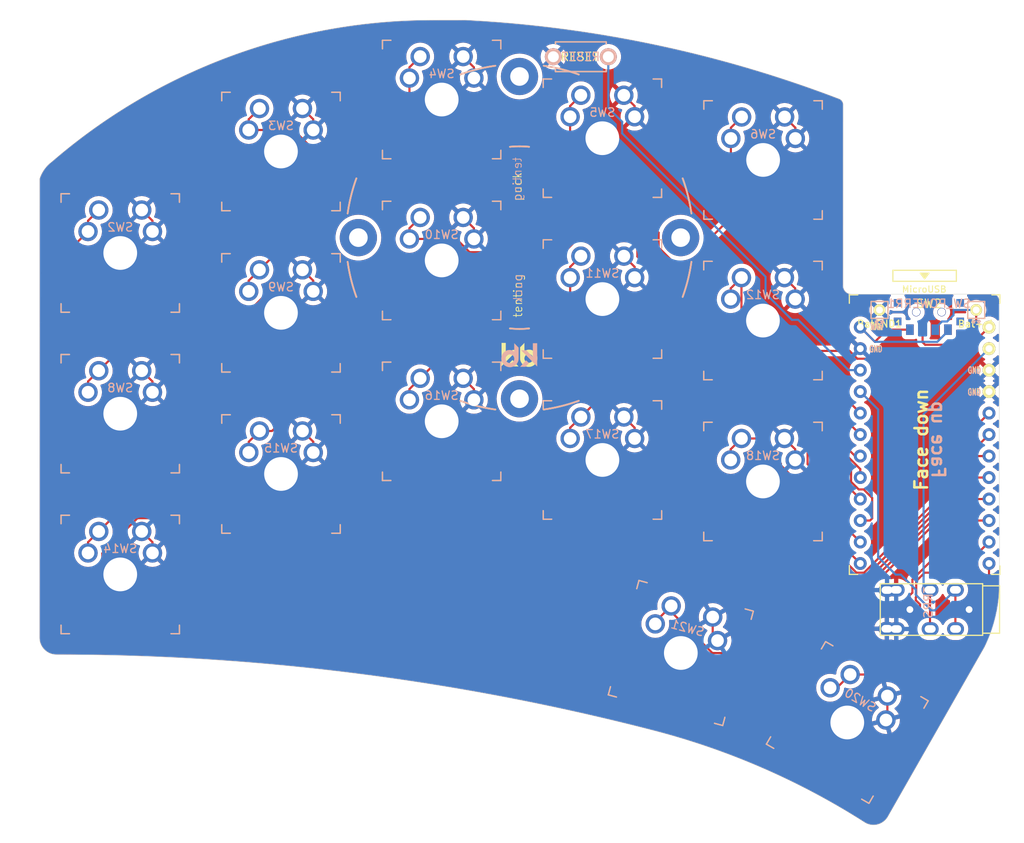
<source format=kicad_pcb>
(kicad_pcb (version 20221018) (generator pcbnew)
  (layers (0 "F.Cu" signal) (31 "B.Cu" signal) (34 "B.Paste" user) (35 "F.Paste" user) (36 "B.SilkS" user "B.Silkscreen") (37 "F.SilkS" user "F.Silkscreen") (38 "B.Mask" user) (39 "F.Mask" user) (44 "Edge.Cuts" user))
  (net 0 "")
  (net 1 "gnd")
  (net 2 "vcc")
  (net 3 "Switch18")
  (net 4 "reset")
  (net 5 "Switch1")
  (net 6 "Switch2")
  (net 7 "Switch3")
  (net 8 "Switch4")
  (net 9 "Switch5")
  (net 10 "Switch6")
  (net 11 "Switch7")
  (net 12 "Switch8")
  (net 13 "Switch9")
  (net 14 "Switch10")
  (net 15 "Switch11")
  (net 16 "Switch12")
  (net 17 "Switch13")
  (net 18 "Switch14")
  (net 19 "Switch15")
  (net 20 "Switch16")
  (net 21 "Switch17")
  (net 22 "raw")
  (net 23 "BT+_r")
  (net 24 "Net-(SW_POWERR1-Pad1)")
  (footprint "kbd:1pin_conn" (layer "F.Cu") (at 146.19 83.736)
    (fp_text reference "Bat+r1")
    (fp_text value "MountingHole_Pad" hide)
  )
  (footprint "kbd:1pin_conn" (layer "F.Cu") (at 134.76 83.736)
    (fp_text reference "BatGND1")
    (fp_text value "MountingHole_Pad" hide)
  )
  (footprint "Kailh:TRRS-PJ-DPB2" (layer "F.Cu") (at 146.95 119.15 -90)
    (fp_text reference "J2")
    (fp_text value "AudioJack4dpb" hide)
  )
  (footprint "Kailh:SW_MX_reversible_minimal" (layer "F.Cu") (at 45 77)
    (fp_text reference "SW2" hide)
    (fp_text value "SW_Push" hide)
  )
  (footprint "Kailh:SW_MX_reversible_minimal" (layer "F.Cu") (at 64 65)
    (fp_text reference "SW3" hide)
    (fp_text value "SW_Push" hide)
  )
  (footprint "Kailh:SW_MX_reversible_minimal" (layer "F.Cu") (at 83 58.86)
    (fp_text reference "SW4" hide)
    (fp_text value "SW_Push" hide)
  )
  (footprint "Kailh:SW_MX_reversible_minimal" (layer "F.Cu") (at 101.994 63.432)
    (fp_text reference "SW5" hide)
    (fp_text value "SW_Push" hide)
  )
  (footprint "Kailh:SW_MX_reversible_minimal" (layer "F.Cu") (at 121 66)
    (fp_text reference "SW6" hide)
    (fp_text value "SW_Push" hide)
  )
  (footprint "Kailh:SW_MX_reversible_minimal" (layer "F.Cu") (at 45 96)
    (fp_text reference "SW8" hide)
    (fp_text value "SW_Push" hide)
  )
  (footprint "Kailh:SW_MX_reversible_minimal" (layer "F.Cu") (at 64 84.074)
    (fp_text reference "SW9" hide)
    (fp_text value "SW_Push" hide)
  )
  (footprint "Kailh:SW_MX_reversible_minimal" (layer "F.Cu") (at 83 77.878)
    (fp_text reference "SW10" hide)
    (fp_text value "SW_Push" hide)
  )
  (footprint "Kailh:SW_MX_reversible_minimal" (layer "F.Cu") (at 102 82.45)
    (fp_text reference "SW11" hide)
    (fp_text value "SW_Push" hide)
  )
  (footprint "Kailh:SW_MX_reversible_minimal" (layer "F.Cu") (at 120.98 84.99)
    (fp_text reference "SW12" hide)
    (fp_text value "SW_Push" hide)
  )
  (footprint "Kailh:SW_MX_reversible_minimal" (layer "F.Cu") (at 45 115)
    (fp_text reference "SW14" hide)
    (fp_text value "SW_Push" hide)
  )
  (footprint "Kailh:SW_MX_reversible_minimal" (layer "F.Cu") (at 64.008 103.124)
    (fp_text reference "SW15" hide)
    (fp_text value "SW_Push" hide)
  )
  (footprint "Kailh:SW_MX_reversible_minimal" (layer "F.Cu") (at 83 96.896)
    (fp_text reference "SW16" hide)
    (fp_text value "SW_Push" hide)
  )
  (footprint "Kailh:SW_MX_reversible_minimal" (layer "F.Cu") (at 102 101.468)
    (fp_text reference "SW17" hide)
    (fp_text value "SW_Push" hide)
  )
  (footprint "Kailh:SW_MX_reversible_minimal" (layer "F.Cu") (at 130.95 132.504 -30)
    (fp_text reference "SW20" hide)
    (fp_text value "SW_Push" hide)
  )
  (footprint "Kailh:SW_MX_reversible_minimal" (layer "F.Cu") (at 111.272 124.288 -15)
    (fp_text reference "SW21" hide)
    (fp_text value "SW_Push" hide)
  )
  (footprint "kbd:Tenting_Puck2" (layer "F.Cu") (at 92.202 75.184)
    (fp_text reference "REF**")
    (fp_text value "Tenting Puck")
  )
  (footprint "Kailh:SPDT_C128955r" (layer "F.Cu") (at 140.602 83.99)
    (fp_text reference "SW2")
    (fp_text value "SW_SPDT")
  )
  (footprint "Kailh:SW_MX_reversible_minimal" (layer "F.Cu") (at 120.98 104.008)
    (fp_text reference "SW18" hide)
    (fp_text value "SW_Push" hide)
  )
  (footprint "kbd:ProMicro_v3_min" (layer "F.Cu") (at 140.094 100.246)
    (fp_text reference "U1" hide)
    (fp_text value "ProMicro-kbd" hide)
  )
  (footprint "Kailh:SPDT_C128955" (layer "B.Cu") (at 140.602 83.99 180)
    (fp_text reference "SW_POWERR1")
    (fp_text value "SW_SPDT")
  )
  (footprint "kbd:ResetSW" (layer "B.Cu") (at 99.45 53.8 180)
    (fp_text reference "RSW1" hide)
    (fp_text value "SW_Push")
  )
  (gr_arc (start 148.162 81.866) (mid 148.69233 82.08567) (end 148.912 82.616) (stroke (width 0.05)) (layer "Edge.Cuts"))
  (gr_line (start 148.912 96.45) (end 148.912 101.262) (stroke (width 0.05)) (layer "Edge.Cuts"))
  (gr_line (start 131.458 81.868917) (end 148.162 81.866) (stroke (width 0.05)) (layer "Edge.Cuts"))
  (gr_line (start 147.161679 123.613657) (end 135.71 143.699265) (stroke (width 0.05)) (layer "Edge.Cuts"))
  (gr_arc (start 148.924 116.248) (mid 148.462831 120.031316) (end 147.161679 123.613657) (stroke (width 0.05)) (layer "Edge.Cuts"))
  (gr_line (start 148.912 82.616) (end 148.912 96.45) (stroke (width 0.05)) (layer "Edge.Cuts"))
  (gr_line (start 148.912 101.262) (end 148.95 111.9) (stroke (width 0.05)) (layer "Edge.Cuts"))
  (gr_line (start 148.95 111.9) (end 148.924 116.248) (stroke (width 0.05)) (layer "Edge.Cuts"))
  (gr_arc (start 131.458 81.868917) (mid 130.750893 81.576024) (end 130.458 80.868917) (stroke (width 0.05)) (layer "Edge.Cuts"))
  (gr_line (start 130.458 80.868917) (end 130.463 59.473) (stroke (width 0.05)) (layer "Edge.Cuts"))
  (gr_arc (start 35.465859 68.23732) (mid 36.023193 67.119598) (end 36.894611 66.224861) (stroke (width 0.05)) (layer "Edge.Cuts"))
  (gr_arc (start 85.843227 49.463504) (mid 108.303644 52.385453) (end 130.028245 58.79247) (stroke (width 0.05)) (layer "Edge.Cuts"))
  (gr_line (start 37.767536 124.476378) (end 37.493002 124.473917) (stroke (width 0.05)) (layer "Edge.Cuts"))
  (gr_arc (start 107.797707 133.384137) (mid 120.821222 137.841207) (end 132.978 144.298) (stroke (width 0.05)) (layer "Edge.Cuts"))
  (gr_arc (start 37.767536 124.476378) (mid 73.062529 126.72971) (end 107.797707 133.384137) (stroke (width 0.05)) (layer "Edge.Cuts"))
  (gr_arc (start 37.493002 124.473917) (mid 36.080534 123.924716) (end 35.458001 122.542999) (stroke (width 0.05)) (layer "Edge.Cuts"))
  (gr_arc (start 135.71 143.699265) (mid 134.468995 144.56898) (end 132.978 144.298) (stroke (width 0.05)) (layer "Edge.Cuts"))
  (gr_arc (start 130.028245 58.79247) (mid 130.345034 59.069226) (end 130.463 59.473) (stroke (width 0.05)) (layer "Edge.Cuts"))
  (gr_line (start 35.465859 68.23732) (end 35.458001 122.542999) (stroke (width 0.05)) (layer "Edge.Cuts"))
  (gr_line (start 85.843227 49.463504) (end 81.868 49.468) (stroke (width 0.05)) (layer "Edge.Cuts"))
  (gr_arc (start 36.894611 66.224861) (mid 57.871135 53.793316) (end 81.868 49.468) (stroke (width 0.05)) (layer "Edge.Cuts"))
  (gr_text "Face up" (at 141.7 99.06 -90) (layer "B.SilkS") (effects (font (size 1.5 1.5) (thickness 0.3)) (justify mirror)))
  (gr_text "Face down" (at 139.7 99.06 90) (layer "F.SilkS") (effects (font (size 1.5 1.5) (thickness 0.3))))
  (segment (start 115.040252 120.038497) (end 115.040252 122.251323) (width 0.25) (layer "F.Cu") (net 1))
  (segment (start 67.818 99.314) (end 67.818 100.584) (width 0.25) (layer "F.Cu") (net 1))
  (segment (start 104.54 77.37) (end 105.81 78.64) (width 0.25) (layer "F.Cu") (net 1))
  (segment (start 104.534 58.352) (end 105.804 59.622) (width 0.25) (layer "F.Cu") (net 1))
  (segment (start 135.65 116.85) (end 136.7 116.85) (width 0.25) (layer "F.Cu") (net 1))
  (segment (start 124.79 100.198) (end 124.79 101.468) (width 0.25) (layer "F.Cu") (net 1))
  (segment (start 104.54 96.388) (end 105.81 97.658) (width 0.25) (layer "F.Cu") (net 1))
  (segment (start 136.7 116.85) (end 136.73 116.82) (width 0.25) (layer "F.Cu") (net 1))
  (segment (start 135.689705 129.374591) (end 135.689705 132.039147) (width 0.25) (layer "F.Cu") (net 1))
  (segment (start 124.79 81.18) (end 124.79 82.45) (width 0.25) (layer "F.Cu") (net 1))
  (segment (start 47.54 71.92) (end 48.81 73.19) (width 0.25) (layer "F.Cu") (net 1))
  (segment (start 123.54 60.92) (end 124.81 62.19) (width 0.25) (layer "F.Cu") (net 1))
  (segment (start 86.81 55.05) (end 86.81 56.32) (width 0.25) (layer "F.Cu") (net 1))
  (segment (start 47.54 109.92) (end 48.81 111.19) (width 0.25) (layer "F.Cu") (net 1))
  (segment (start 67.81 61.19) (end 67.81 62.46) (width 0.25) (layer "F.Cu") (net 1))
  (segment (start 124.81 62.19) (end 124.81 63.46) (width 0.25) (layer "F.Cu") (net 1))
  (segment (start 115.040252 122.251323) (end 115.609578 122.820649) (width 0.25) (layer "F.Cu") (net 1))
  (segment (start 123.52 79.91) (end 124.79 81.18) (width 0.25) (layer "F.Cu") (net 1))
  (segment (start 67.81 80.264) (end 67.81 81.534) (width 0.25) (layer "F.Cu") (net 1))
  (segment (start 48.81 92.19) (end 48.81 93.46) (width 0.25) (layer "F.Cu") (net 1))
  (segment (start 86.81 74.068) (end 86.81 75.338) (width 0.25) (layer "F.Cu") (net 1))
  (segment (start 136.72 121.42) (end 136.75 121.45) (width 0.25) (layer "F.Cu") (net 1))
  (segment (start 66.548 98.044) (end 67.818 99.314) (width 0.25) (layer "F.Cu") (net 1))
  (segment (start 105.81 78.64) (end 105.81 79.91) (width 0.25) (layer "F.Cu") (net 1))
  (segment (start 85.54 91.816) (end 86.81 93.086) (width 0.25) (layer "F.Cu") (net 1))
  (segment (start 86.81 93.086) (end 86.81 94.356) (width 0.25) (layer "F.Cu") (net 1))
  (segment (start 105.804 59.622) (end 105.804 60.892) (width 0.25) (layer "F.Cu") (net 1))
  (segment (start 48.81 111.19) (end 48.81 112.46) (width 0.25) (layer "F.Cu") (net 1))
  (segment (start 48.81 73.19) (end 48.81 74.46) (width 0.25) (layer "F.Cu") (net 1))
  (segment (start 105.81 97.658) (end 105.81 98.928) (width 0.25) (layer "F.Cu") (net 1))
  (segment (start 123.52 98.928) (end 124.79 100.198) (width 0.25) (layer "F.Cu") (net 1))
  (segment (start 66.54 59.92) (end 67.81 61.19) (width 0.25) (layer "F.Cu") (net 1))
  (segment (start 85.54 53.78) (end 86.81 55.05) (width 0.25) (layer "F.Cu") (net 1))
  (segment (start 85.54 72.798) (end 86.81 74.068) (width 0.25) (layer "F.Cu") (net 1))
  (segment (start 135.63 121.42) (end 136.72 121.42) (width 0.25) (layer "F.Cu") (net 1))
  (segment (start 66.54 78.994) (end 67.81 80.264) (width 0.25) (layer "F.Cu") (net 1))
  (segment (start 47.54 90.92) (end 48.81 92.19) (width 0.25) (layer "F.Cu") (net 1))
  (segment (start 135.689705 132.039147) (end 135.519557 132.209295) (width 0.25) (layer "F.Cu") (net 1))
  (segment (start 143.73 121.43) (end 143.75 121.45) (width 0.25) (layer "F.Cu") (net 2))
  (segment (start 143.73 116.82) (end 143.73 121.43) (width 0.25) (layer "F.Cu") (net 2))
  (segment (start 132.4854 93.388) (end 134.6 95.5026) (width 0.25) (layer "B.Cu") (net 2))
  (segment (start 140.8 119.25) (end 141.3 119.25) (width 0.25) (layer "B.Cu") (net 2))
  (segment (start 140.8 119.151522) (end 140.8 119.25) (width 0.25) (layer "B.Cu") (net 2))
  (segment (start 134.6 112.951522) (end 136.674239 115.025761) (width 0.25) (layer "B.Cu") (net 2))
  (segment (start 139.049239 116.799239) (end 139.049239 117.400761) (width 0.25) (layer "B.Cu") (net 2))
  (segment (start 136.674239 115.025761) (end 137.275761 115.025761) (width 0.25) (layer "B.Cu") (net 2))
  (segment (start 134.6 95.5026) (end 134.6 112.951522) (width 0.25) (layer "B.Cu") (net 2))
  (segment (start 137.275761 115.025761) (end 139.049239 116.799239) (width 0.25) (layer "B.Cu") (net 2))
  (segment (start 141.3 119.25) (end 143.73 116.82) (width 0.25) (layer "B.Cu") (net 2))
  (segment (start 139.049239 117.400761) (end 140.8 119.151522) (width 0.25) (layer "B.Cu") (net 2))
  (segment (start 140.73 121.43) (end 140.75 121.45) (width 0.25) (layer "F.Cu") (net 3))
  (segment (start 140.73 116.82) (end 140.73 121.43) (width 0.25) (layer "F.Cu") (net 3))
  (segment (start 139.97 96.0434) (end 147.7054 88.308) (width 0.25) (layer "B.Cu") (net 3))
  (segment (start 139.97 116.404) (end 139.97 96.0434) (width 0.25) (layer "B.Cu") (net 3))
  (segment (start 102.7 59.85) (end 104.336489 61.486489) (width 0.25) (layer "B.Cu") (net 4))
  (segment (start 104.336489 62.856136) (end 121.290176 79.809824) (width 0.25) (layer "B.Cu") (net 4))
  (segment (start 125.15 84.9) (end 131.098 90.848) (width 0.25) (layer "B.Cu") (net 4))
  (segment (start 104.336489 61.486489) (end 104.336489 62.856136) (width 0.25) (layer "B.Cu") (net 4))
  (segment (start 124.4 84.9) (end 125.15 84.9) (width 0.25) (layer "B.Cu") (net 4))
  (segment (start 131.098 90.848) (end 132.4854 90.848) (width 0.25) (layer "B.Cu") (net 4))
  (segment (start 121.290176 81.790176) (end 124.4 84.9) (width 0.25) (layer "B.Cu") (net 4))
  (segment (start 102.7 53.8) (end 102.7 59.85) (width 0.25) (layer "B.Cu") (net 4))
  (segment (start 121.290176 79.809824) (end 121.290176 81.790176) (width 0.25) (layer "B.Cu") (net 4))
  (segment (start 138.65048 115.602824) (end 138.65048 117.15) (width 0.25) (layer "F.Cu") (net 5))
  (segment (start 94.15 106.05) (end 88.6 100.5) (width 0.25) (layer "F.Cu") (net 5))
  (segment (start 42.35 114.8) (end 42.4 114.85) (width 0.25) (layer "F.Cu") (net 5))
  (segment (start 88.6 100.5) (end 72 100.5) (width 0.25) (layer "F.Cu") (net 5))
  (segment (start 42.46 71.92) (end 41.19 73.19) (width 0.25) (layer "F.Cu") (net 5))
  (segment (start 64.15 108.35) (end 47.034625 108.35) (width 0.25) (layer "F.Cu") (net 5))
  (segment (start 42.881089 113.568911) (end 42.35 114.1) (width 0.25) (layer "F.Cu") (net 5))
  (segment (start 72 100.5) (end 64.15 108.35) (width 0.25) (layer "F.Cu") (net 5))
  (segment (start 117.2 106.05) (end 94.15 106.05) (width 0.25) (layer "F.Cu") (net 5))
  (segment (start 125.706125 111.643875) (end 122.793875 111.643875) (width 0.25) (layer "F.Cu") (net 5))
  (segment (start 145.625304 108.628) (end 138.65048 115.602824) (width 0.25) (layer "F.Cu") (net 5))
  (segment (start 137.25144 118.54904) (end 132.611291 118.54904) (width 0.25) (layer "F.Cu") (net 5))
  (segment (start 40.85 116.4) (end 39.35 116.4) (width 0.25) (layer "F.Cu") (net 5))
  (segment (start 42.35 114.1) (end 42.35 114.8) (width 0.25) (layer "F.Cu") (net 5))
  (segment (start 41.19 73.19) (end 41.19 74.46) (width 0.25) (layer "F.Cu") (net 5))
  (segment (start 38.5 77.15) (end 41.19 74.46) (width 0.25) (layer "F.Cu") (net 5))
  (segment (start 39.35 116.4) (end 38.5 115.55) (width 0.25) (layer "F.Cu") (net 5))
  (segment (start 47.034625 108.35) (end 42.881089 112.503536) (width 0.25) (layer "F.Cu") (net 5))
  (segment (start 38.5 115.55) (end 38.5 77.15) (width 0.25) (layer "F.Cu") (net 5))
  (segment (start 42.881089 112.503536) (end 42.881089 113.568911) (width 0.25) (layer "F.Cu") (net 5))
  (segment (start 147.7054 108.628) (end 145.625304 108.628) (width 0.25) (layer "F.Cu") (net 5))
  (segment (start 132.611291 118.54904) (end 125.706125 111.643875) (width 0.25) (layer "F.Cu") (net 5))
  (segment (start 42.4 114.85) (end 40.85 116.4) (width 0.25) (layer "F.Cu") (net 5))
  (segment (start 138.65048 117.15) (end 137.25144 118.54904) (width 0.25) (layer "F.Cu") (net 5))
  (segment (start 122.793875 111.643875) (end 117.2 106.05) (width 0.25) (layer "F.Cu") (net 5))
  (segment (start 129.89542 99.95458) (end 132.4854 102.54456) (width 0.25) (layer "F.Cu") (net 6))
  (segment (start 98.170956 71.44952) (end 98.674228 71.952792) (width 0.25) (layer "F.Cu") (net 6))
  (segment (start 117.346436 87.405596) (end 117.346436 88.203565) (width 0.25) (layer "F.Cu") (net 6))
  (segment (start 132.4854 102.54456) (end 132.4854 103.548) (width 0.25) (layer "F.Cu") (net 6))
  (segment (start 91.95048 71.442792) (end 91.95048 71.44952) (width 0.25) (layer "F.Cu") (net 6))
  (segment (start 129.95096 95.300714) (end 129.95096 99.89904) (width 0.25) (layer "F.Cu") (net 6))
  (segment (start 60.19 61.19) (end 60.19 62.46) (width 0.25) (layer "F.Cu") (net 6))
  (segment (start 107.562756 74.962756) (end 107.562756 76.937244) (width 0.25) (layer "F.Cu") (net 6))
  (segment (start 125.203039 90.552793) (end 129.95096 95.300714) (width 0.25) (layer "F.Cu") (net 6))
  (segment (start 117.346436 88.203565) (end 119.895664 90.752793) (width 0.25) (layer "F.Cu") (net 6))
  (segment (start 125 90.752793) (end 125.2 90.552793) (width 0.25) (layer "F.Cu") (net 6))
  (segment (start 107.762756 77.137244) (end 107.837244 77.137244) (width 0.25) (layer "F.Cu") (net 6))
  (segment (start 98.674228 71.952792) (end 98.67654 71.95048) (width 0.25) (layer "F.Cu") (net 6))
  (segment (start 129.95096 99.89904) (end 129.89542 99.95458) (width 0.25) (layer "F.Cu") (net 6))
  (segment (start 98.67654 71.95048) (end 104.55048 71.95048) (width 0.25) (layer "F.Cu") (net 6))
  (segment (start 112.657621 82.716781) (end 117.346436 87.405596) (width 0.25) (layer "F.Cu") (net 6))
  (segment (start 60.19 62.46) (end 65.51 62.46) (width 0.25) (layer "F.Cu") (net 6))
  (segment (start 85.957688 65.45) (end 91.95048 71.442792) (width 0.25) (layer "F.Cu") (net 6))
  (segment (start 112.657621 81.957621) (end 112.657621 82.716781) (width 0.25) (layer "F.Cu") (net 6))
  (segment (start 65.51 62.46) (end 68.5 65.45) (width 0.25) (layer "F.Cu") (net 6))
  (segment (start 107.837244 77.137244) (end 112.657621 81.957621) (width 0.25) (layer "F.Cu") (net 6))
  (segment (start 104.55048 71.95048) (end 107.562756 74.962756) (width 0.25) (layer "F.Cu") (net 6))
  (segment (start 119.895664 90.752793) (end 125 90.752793) (width 0.25) (layer "F.Cu") (net 6))
  (segment (start 107.562756 76.937244) (end 107.762756 77.137244) (width 0.25) (layer "F.Cu") (net 6))
  (segment (start 125.2 90.552793) (end 125.203039 90.552793) (width 0.25) (layer "F.Cu") (net 6))
  (segment (start 91.95048 71.44952) (end 98.170956 71.44952) (width 0.25) (layer "F.Cu") (net 6))
  (segment (start 68.5 65.45) (end 85.957688 65.45) (width 0.25) (layer "F.Cu") (net 6))
  (segment (start 61.46 59.92) (end 60.19 61.19) (width 0.25) (layer "F.Cu") (net 6))
  (segment (start 125.210484 89.92452) (end 130.40048 95.114516) (width 0.25) (layer "F.Cu") (net 7))
  (segment (start 79.19 55.05) (end 79.19 56.32) (width 0.25) (layer "F.Cu") (net 7))
  (segment (start 92.143406 71) (end 98.357154 71) (width 0.25) (layer "F.Cu") (net 7))
  (segment (start 113.15048 82.573922) (end 117.762263 87.185705) (width 0.25) (layer "F.Cu") (net 7))
  (segment (start 108.20048 74.89952) (end 108.20048 76.84952) (width 0.25) (layer "F.Cu") (net 7))
  (segment (start 108.20048 76.84952) (end 108.313803 76.84952) (width 0.25) (layer "F.Cu") (net 7))
  (segment (start 108.313803 76.84952) (end 113.15096 81.686677) (width 0.25) (layer "F.Cu") (net 7))
  (segment (start 98.357154 71) (end 98.858114 71.50096) (width 0.25) (layer "F.Cu") (net 7))
  (segment (start 83.028297 64.978297) (end 86.121703 64.978297) (width 0.25) (layer "F.Cu") (net 7))
  (segment (start 120.081861 90.303273) (end 124.6 90.303273) (width 0.25) (layer "F.Cu") (net 7))
  (segment (start 98.858114 71.50096) (end 104.80192 71.50096) (width 0.25) (layer "F.Cu") (net 7))
  (segment (start 130.40048 99.536198) (end 131.872283 101.008) (width 0.25) (layer "F.Cu") (net 7))
  (segment (start 124.92452 89.92452) (end 125.210484 89.92452) (width 0.25) (layer "F.Cu") (net 7))
  (segment (start 124.92452 89.978753) (end 124.92452 89.92452) (width 0.25) (layer "F.Cu") (net 7))
  (segment (start 117.814295 87.185705) (end 117.814294 88.035706) (width 0.25) (layer "F.Cu") (net 7))
  (segment (start 79.19 56.32) (end 79.19 61.14) (width 0.25) (layer "F.Cu") (net 7))
  (segment (start 80.46 53.78) (end 79.19 55.05) (width 0.25) (layer "F.Cu") (net 7))
  (segment (start 86.121703 64.978297) (end 92.143406 71) (width 0.25) (layer "F.Cu") (net 7))
  (segment (start 79.19 61.14) (end 83.028297 64.978297) (width 0.25) (layer "F.Cu") (net 7))
  (segment (start 113.15096 81.74904) (end 113.15048 81.74952) (width 0.25) (layer "F.Cu") (net 7))
  (segment (start 124.6 90.303273) (end 124.92452 89.978753) (width 0.25) (layer "F.Cu") (net 7))
  (segment (start 130.40048 95.114516) (end 130.40048 99.536198) (width 0.25) (layer "F.Cu") (net 7))
  (segment (start 117.814294 88.035706) (end 120.081861 90.303273) (width 0.25) (layer "F.Cu") (net 7))
  (segment (start 131.872283 101.008) (end 132.4854 101.008) (width 0.25) (layer "F.Cu") (net 7))
  (segment (start 113.15096 81.686677) (end 113.15096 81.74904) (width 0.25) (layer "F.Cu") (net 7))
  (segment (start 113.15048 81.74952) (end 113.15048 82.573922) (width 0.25) (layer "F.Cu") (net 7))
  (segment (start 104.80192 71.50096) (end 108.20048 74.89952) (width 0.25) (layer "F.Cu") (net 7))
  (segment (start 117.762263 87.185705) (end 117.814295 87.185705) (width 0.25) (layer "F.Cu") (net 7))
  (segment (start 118.325 87.060693) (end 118.325 87.910694) (width 0.25) (layer "F.Cu") (net 8))
  (segment (start 130.85 94.928318) (end 130.85 96.8326) (width 0.25) (layer "F.Cu") (net 8))
  (segment (start 113.652511 82.388204) (end 118.325 87.060693) (width 0.25) (layer "F.Cu") (net 8))
  (segment (start 102 70.5) (end 104.55 70.5) (width 0.25) (layer "F.Cu") (net 8))
  (segment (start 98.184 60.892) (end 98.184 66.684) (width 0.25) (layer "F.Cu") (net 8))
  (segment (start 99.454 58.352) (end 98.184 59.622) (width 0.25) (layer "F.Cu") (net 8))
  (segment (start 98.184 59.622) (end 98.184 60.892) (width 0.25) (layer "F.Cu") (net 8))
  (segment (start 130.85 96.8326) (end 132.4854 98.468) (width 0.25) (layer "F.Cu") (net 8))
  (segment (start 108.65 76.55) (end 108.85 76.55) (width 0.25) (layer "F.Cu") (net 8))
  (segment (start 104.55 70.5) (end 108.65 74.6) (width 0.25) (layer "F.Cu") (net 8))
  (segment (start 124.253753 89.85) (end 124.629233 89.47452) (width 0.25) (layer "F.Cu") (net 8))
  (segment (start 124.629233 89.47452) (end 125.396202 89.47452) (width 0.25) (layer "F.Cu") (net 8))
  (segment (start 108.85 76.55) (end 113.60048 81.30048) (width 0.25) (layer "F.Cu") (net 8))
  (segment (start 125.396202 89.47452) (end 130.85 94.928318) (width 0.25) (layer "F.Cu") (net 8))
  (segment (start 120.264306 89.85) (end 124.253753 89.85) (width 0.25) (layer "F.Cu") (net 8))
  (segment (start 118.325 87.910694) (end 120.264306 89.85) (width 0.25) (layer "F.Cu") (net 8))
  (segment (start 113.60048 82.388204) (end 113.652511 82.388204) (width 0.25) (layer "F.Cu") (net 8))
  (segment (start 113.60048 81.30048) (end 113.60048 82.388204) (width 0.25) (layer "F.Cu") (net 8))
  (segment (start 98.184 66.684) (end 102 70.5) (width 0.25) (layer "F.Cu") (net 8))
  (segment (start 108.65 74.6) (end 108.65 76.55) (width 0.25) (layer "F.Cu") (net 8))
  (segment (start 124.067555 89.217555) (end 124.067555 89.40048) (width 0.25) (layer "F.Cu") (net 9))
  (segment (start 118.77452 87.724496) (end 118.77452 86.874495) (width 0.25) (layer "F.Cu") (net 9))
  (segment (start 125.675 89.025) (end 124.26011 89.025) (width 0.25) (layer "F.Cu") (net 9))
  (segment (start 114.05 82.149975) (end 114.05 75.956199) (width 0.25) (layer "F.Cu") (net 9))
  (segment (start 118.46 60.92) (end 117.19 62.19) (width 0.25) (layer "F.Cu") (net 9))
  (segment (start 114.05 75.956199) (end 117.19 72.816199) (width 0.25) (layer "F.Cu") (net 9))
  (segment (start 132.4854 95.928) (end 129.525 92.9676) (width 0.25) (layer "F.Cu") (net 9))
  (segment (start 124.067555 89.40048) (end 120.450504 89.40048) (width 0.25) (layer "F.Cu") (net 9))
  (segment (start 129.525 92.875) (end 125.675 89.025) (width 0.25) (layer "F.Cu") (net 9))
  (segment (start 129.525 92.9676) (end 129.525 92.875) (width 0.25) (layer "F.Cu") (net 9))
  (segment (start 117.19 62.19) (end 117.19 63.46) (width 0.25) (layer "F.Cu") (net 9))
  (segment (start 124.26011 89.025) (end 124.067555 89.217555) (width 0.25) (layer "F.Cu") (net 9))
  (segment (start 118.77452 86.874495) (end 114.05 82.149975) (width 0.25) (layer "F.Cu") (net 9))
  (segment (start 120.450504 89.40048) (end 118.77452 87.724496) (width 0.25) (layer "F.Cu") (net 9))
  (segment (start 117.19 72.816199) (end 117.19 63.46) (width 0.25) (layer "F.Cu") (net 9))
  (segment (start 85.328565 66.34904) (end 91.30144 72.321915) (width 0.25) (layer "F.Cu") (net 10))
  (segment (start 125.030643 91.651833) (end 129.05192 95.67311) (width 0.25) (layer "F.Cu") (net 10))
  (segment (start 129.05192 98.14808) (end 128.99638 98.20362) (width 0.25) (layer "F.Cu") (net 10))
  (segment (start 97.79856 72.34856) (end 98.301832 72.851832) (width 0.25) (layer "F.Cu") (net 10))
  (segment (start 103.851832 72.851832) (end 106.65048 75.65048) (width 0.25) (layer "F.Cu") (net 10))
  (segment (start 128.99638 98.20362) (end 128.99638 100.386724) (width 0.25) (layer "F.Cu") (net 10))
  (segment (start 129.05192 95.67311) (end 129.05192 98.14808) (width 0.25) (layer "F.Cu") (net 10))
  (segment (start 42.46 90.92) (end 46.1269 87.2531) (width 0.25) (layer "F.Cu") (net 10))
  (segment (start 91.30144 72.321915) (end 91.30144 72.34856) (width 0.25) (layer "F.Cu") (net 10))
  (segment (start 116.254828 87.645172) (end 116.254828 88.383394) (width 0.25) (layer "F.Cu") (net 10))
  (segment (start 46.1269 87.2531) (end 56.8469 87.2531) (width 0.25) (layer "F.Cu") (net 10))
  (segment (start 106.65048 77.30048) (end 111.758581 82.408581) (width 0.25) (layer "F.Cu") (net 10))
  (segment (start 64.5 79.6) (end 64.5 76.589718) (width 0.25) (layer "F.Cu") (net 10))
  (segment (start 41.19 92.19) (end 41.19 93.46) (width 0.25) (layer "F.Cu") (net 10))
  (segment (start 130.35 101.740343) (end 130.35 103.9526) (width 0.25) (layer "F.Cu") (net 10))
  (segment (start 106.65048 75.65048) (end 106.65048 77.30048) (width 0.25) (layer "F.Cu") (net 10))
  (segment (start 111.758581 82.408581) (end 111.758581 83.148925) (width 0.25) (layer "F.Cu") (net 10))
  (segment (start 128.99638 100.386724) (end 130.35 101.740343) (width 0.25) (layer "F.Cu") (net 10))
  (segment (start 91.30144 72.34856) (end 97.79856 72.34856) (width 0.25) (layer "F.Cu") (net 10))
  (segment (start 64.5 76.589718) (end 74.740678 66.34904) (width 0.25) (layer "F.Cu") (net 10))
  (segment (start 130.35 103.9526) (end 132.4854 106.088) (width 0.25) (layer "F.Cu") (net 10))
  (segment (start 111.758581 83.148925) (end 116.254828 87.645172) (width 0.25) (layer "F.Cu") (net 10))
  (segment (start 116.254828 88.383394) (end 119.523268 91.651833) (width 0.25) (layer "F.Cu") (net 10))
  (segment (start 56.8469 87.2531) (end 64.5 79.6) (width 0.25) (layer "F.Cu") (net 10))
  (segment (start 42.46 90.92) (end 41.19 92.19) (width 0.25) (layer "F.Cu") (net 10))
  (segment (start 74.740678 66.34904) (end 85.328565 66.34904) (width 0.25) (layer "F.Cu") (net 10))
  (segment (start 98.301832 72.851832) (end 103.851832 72.851832) (width 0.25) (layer "F.Cu") (net 10))
  (segment (start 119.523268 91.651833) (end 125.030643 91.651833) (width 0.25) (layer "F.Cu") (net 10))
  (segment (start 116.728577 88.221424) (end 119.709466 91.202313) (width 0.25) (layer "F.Cu") (net 11))
  (segment (start 91.514283 71.89904) (end 97.984758 71.89904) (width 0.25) (layer "F.Cu") (net 11))
  (segment (start 129.50144 99.712842) (end 129.4459 99.768382) (width 0.25) (layer "F.Cu") (net 11))
  (segment (start 107.1 77.110206) (end 110.032653 80.042859) (width 0.25) (layer "F.Cu") (net 11))
  (segment (start 132.88396 104.95) (end 133.89198 105.95802) (width 0.25) (layer "F.Cu") (net 11))
  (segment (start 132.3 104.95) (end 132.88396 104.95) (width 0.25) (layer "F.Cu") (net 11))
  (segment (start 110.107141 80.042859) (end 112.208101 82.143819) (width 0.25) (layer "F.Cu") (net 11))
  (segment (start 85.514763 65.89952) (end 91.514283 71.89904) (width 0.25) (layer "F.Cu") (net 11))
  (segment (start 60.19 80.264) (end 60.19 81.534) (width 0.25) (layer "F.Cu") (net 11))
  (segment (start 129.50144 95.486912) (end 129.50144 99.712842) (width 0.25) (layer "F.Cu") (net 11))
  (segment (start 112.208101 82.962727) (end 116.728577 87.483203) (width 0.25) (layer "F.Cu") (net 11))
  (segment (start 110.032653 80.042859) (end 110.107141 80.042859) (width 0.25) (layer "F.Cu") (net 11))
  (segment (start 133.89198 108.37406) (end 133.63804 108.628) (width 0.25) (layer "F.Cu") (net 11))
  (segment (start 104.35 72.4) (end 107.1 75.15) (width 0.25) (layer "F.Cu") (net 11))
  (segment (start 129.4459 100.200526) (end 131.398889 102.153514) (width 0.25) (layer "F.Cu") (net 11))
  (segment (start 119.709466 91.202313) (end 125.197687 91.202313) (width 0.25) (layer "F.Cu") (net 11))
  (segment (start 125.207264 91.192736) (end 129.50144 95.486912) (width 0.25) (layer "F.Cu") (net 11))
  (segment (start 104.347688 72.402312) (end 104.35 72.4) (width 0.25) (layer "F.Cu") (net 11))
  (segment (start 129.4459 99.768382) (end 129.4459 100.200526) (width 0.25) (layer "F.Cu") (net 11))
  (segment (start 133.63804 108.628) (end 132.4854 108.628) (width 0.25) (layer "F.Cu") (net 11))
  (segment (start 97.984758 71.89904) (end 98.48803 72.402312) (width 0.25) (layer "F.Cu") (net 11))
  (segment (start 98.48803 72.402312) (end 104.347688 72.402312) (width 0.25) (layer "F.Cu") (net 11))
  (segment (start 133.89198 105.95802) (end 133.89198 108.37406) (width 0.25) (layer "F.Cu") (net 11))
  (segment (start 131.398889 102.153514) (end 131.398889 104.048889) (width 0.25) (layer "F.Cu") (net 11))
  (segment (start 116.728577 87.483203) (end 116.728577 88.221424) (width 0.25) (layer "F.Cu") (net 11))
  (segment (start 61.46 78.994) (end 74.55448 65.89952) (width 0.25) (layer "F.Cu") (net 11))
  (segment (start 131.398889 104.048889) (end 132.3 104.95) (width 0.25) (layer "F.Cu") (net 11))
  (segment (start 61.46 78.994) (end 60.19 80.264) (width 0.25) (layer "F.Cu") (net 11))
  (segment (start 74.55448 65.89952) (end 85.514763 65.89952) (width 0.25) (layer "F.Cu") (net 11))
  (segment (start 107.1 75.15) (end 107.1 77.110206) (width 0.25) (layer "F.Cu") (net 11))
  (segment (start 125.197687 91.202313) (end 125.207264 91.192736) (width 0.25) (layer "F.Cu") (net 11))
  (segment (start 112.208101 82.143819) (end 112.208101 82.962727) (width 0.25) (layer "F.Cu") (net 11))
  (segment (start 128.54686 100.57292) (end 129.90048 101.926541) (width 0.25) (layer "F.Cu") (net 12))
  (segment (start 129.90048 108.58308) (end 132.4854 111.168) (width 0.25) (layer "F.Cu") (net 12))
  (segment (start 128.6024 95.859308) (end 128.54686 95.914848) (width 0.25) (layer "F.Cu") (net 12))
  (segment (start 106.132141 77.417859) (end 111.032141 82.317859) (width 0.25) (layer "F.Cu") (net 12))
  (segment (start 115.073939 87.1) (end 115.073939 87.123939) (width 0.25) (layer "F.Cu") (net 12))
  (segment (start 119.33707 92.101353) (end 124.844445 92.101353) (width 0.25) (layer "F.Cu") (net 12))
  (segment (start 115.805308 87.855308) (end 115.805308 88.56959) (width 0.25) (layer "F.Cu") (net 12))
  (segment (start 79.19 75.338) (end 84.734625 75.338) (width 0.25) (layer "F.Cu") (net 12))
  (segment (start 84.734625 75.338) (end 86.296625 76.9) (width 0.25) (layer "F.Cu") (net 12))
  (segment (start 99.95 74.45) (end 104.814282 74.45) (width 0.25) (layer "F.Cu") (net 12))
  (segment (start 104.814282 74.45) (end 106.132141 75.767859) (width 0.25) (layer "F.Cu") (net 12))
  (segment (start 128.54686 95.914848) (end 128.54686 100.57292) (width 0.25) (layer "F.Cu") (net 12))
  (segment (start 115.073939 87.123939) (end 115.805308 87.855308) (width 0.25) (layer "F.Cu") (net 12))
  (segment (start 106.132141 75.767859) (end 106.132141 77.417859) (width 0.25) (layer "F.Cu") (net 12))
  (segment (start 129.90048 101.926541) (end 129.90048 108.58308) (width 0.25) (layer "F.Cu") (net 12))
  (segment (start 79.19 74.068) (end 79.19 75.338) (width 0.25) (layer "F.Cu") (net 12))
  (segment (start 80.46 72.798) (end 79.19 74.068) (width 0.25) (layer "F.Cu") (net 12))
  (segment (start 111.032141 82.317859) (end 111.032141 83.058202) (width 0.25) (layer "F.Cu") (net 12))
  (segment (start 97.5 76.9) (end 99.95 74.45) (width 0.25) (layer "F.Cu") (net 12))
  (segment (start 124.844445 92.101353) (end 128.6024 95.859308) (width 0.25) (layer "F.Cu") (net 12))
  (segment (start 111.032141 83.058202) (end 115.073939 87.1) (width 0.25) (layer "F.Cu") (net 12))
  (segment (start 115.805308 88.56959) (end 119.33707 92.101353) (width 0.25) (layer "F.Cu") (net 12))
  (segment (start 86.296625 76.9) (end 97.5 76.9) (width 0.25) (layer "F.Cu") (net 12))
  (segment (start 119.100644 92.550873) (end 115.936427 89.386656) (width 0.25) (layer "F.Cu") (net 13))
  (segment (start 98.19 78.64) (end 98.19 79.91) (width 0.25) (layer "F.Cu") (net 13))
  (segment (start 128.06911 95.961736) (end 128.06911 100.73089) (width 0.25) (layer "F.Cu") (net 13))
  (segment (start 129.45096 102.112739) (end 129.45096 110.67356) (width 0.25) (layer "F.Cu") (net 13))
  (segment (start 115.936427 89.386656) (end 115.936427 89.336427) (width 0.25) (layer "F.Cu") (net 13))
  (segment (start 98.19 87.962625) (end 98.19 79.91) (width 0.25) (layer "F.Cu") (net 13))
  (segment (start 129.45096 110.67356) (end 132.4854 113.708) (width 0.25) (layer "F.Cu") (net 13))
  (segment (start 119.889094 92.550873) (end 124.658247 92.550873) (width 0.25) (layer "F.Cu") (net 13))
  (segment (start 128.06911 100.73089) (end 129.45096 102.112739) (width 0.25) (layer "F.Cu") (net 13))
  (segment (start 120.499127 92.550873) (end 119.100644 92.550873) (width 0.25) (layer "F.Cu") (net 13))
  (segment (start 99.563803 89.336427) (end 98.19 87.962625) (width 0.25) (layer "F.Cu") (net 13))
  (segment (start 124.658247 92.550873) (end 128.06911 95.961736) (width 0.25) (layer "F.Cu") (net 13))
  (segment (start 99.46 77.37) (end 98.19 78.64) (width 0.25) (layer "F.Cu") (net 13))
  (segment (start 115.936427 89.336427) (end 99.563803 89.336427) (width 0.25) (layer "F.Cu") (net 13))
  (segment (start 123.788802 88.57548) (end 131.21632 88.57548) (width 0.25) (layer "F.Cu") (net 14))
  (segment (start 120.62404 88.9) (end 123.464282 88.9) (width 0.25) (layer "F.Cu") (net 14))
  (segment (start 131.21632 88.57548) (end 132.14084 89.5) (width 0.25) (layer "F.Cu") (net 14))
  (segment (start 132.14084 89.5) (end 143.9734 89.5) (width 0.25) (layer "F.Cu") (net 14))
  (segment (start 143.9734 89.5) (end 147.7054 85.768) (width 0.25) (layer "F.Cu") (net 14))
  (segment (start 118.44 85.904257) (end 119.22404 86.688297) (width 0.25) (layer "F.Cu") (net 14))
  (segment (start 123.464282 88.9) (end 123.788802 88.57548) (width 0.25) (layer "F.Cu") (net 14))
  (segment (start 118.44 79.91) (end 117.17 81.18) (width 0.25) (layer "F.Cu") (net 14))
  (segment (start 117.17 81.18) (end 117.17 82.45) (width 0.25) (layer "F.Cu") (net 14))
  (segment (start 119.22404 86.688297) (end 119.22404 87.5) (width 0.25) (layer "F.Cu") (net 14))
  (segment (start 118.44 79.91) (end 118.44 85.904257) (width 0.25) (layer "F.Cu") (net 14))
  (segment (start 119.22404 87.5) (end 120.62404 88.9) (width 0.25) (layer "F.Cu") (net 14))
  (segment (start 124.472049 93.000393) (end 127.61959 96.147934) (width 0.25) (layer "F.Cu") (net 15))
  (segment (start 132.035351 114.794511) (end 132.935449 114.794511) (width 0.25) (layer "F.Cu") (net 15))
  (segment (start 74.75 85.6) (end 95.191657 85.6) (width 0.25) (layer "F.Cu") (net 15))
  (segment (start 115.7 89.785947) (end 118.914446 93.000393) (width 0.25) (layer "F.Cu") (net 15))
  (segment (start 95.191657 85.6) (end 99.541659 89.95) (width 0.25) (layer "F.Cu") (net 15))
  (segment (start 99.705712 89.785947) (end 115.7 89.785947) (width 0.25) (layer "F.Cu") (net 15))
  (segment (start 57.19 95.19) (end 65.16 95.19) (width 0.25) (layer "F.Cu") (net 15))
  (segment (start 118.914446 93.000393) (end 124.472049 93.000393) (width 0.25) (layer "F.Cu") (net 15))
  (segment (start 41.19 111.19) (end 41.19 112.46) (width 0.25) (layer "F.Cu") (net 15))
  (segment (start 127.81959 101.18041) (end 127.88041 101.18041) (width 0.25) (layer "F.Cu") (net 15))
  (segment (start 128.92042 111.67958) (end 132.035351 114.794511) (width 0.25) (layer "F.Cu") (net 15))
  (segment (start 129.00144 102.30144) (end 129.00144 111.59856) (width 0.25) (layer "F.Cu") (net 15))
  (segment (start 127.88041 101.18041) (end 129.00144 102.30144) (width 0.25) (layer "F.Cu") (net 15))
  (segment (start 42.46 109.92) (end 57.19 95.19) (width 0.25) (layer "F.Cu") (net 15))
  (segment (start 132.935449 114.794511) (end 142.5 105.22996) (width 0.25) (layer "F.Cu") (net 15))
  (segment (start 142.5 101.1334) (end 147.7054 95.928) (width 0.25) (layer "F.Cu") (net 15))
  (segment (start 65.16 95.19) (end 74.75 85.6) (width 0.25) (layer "F.Cu") (net 15))
  (segment (start 42.46 109.92) (end 41.19 111.19) (width 0.25) (layer "F.Cu") (net 15))
  (segment (start 129.00144 111.59856) (end 128.92042 111.67958) (width 0.25) (layer "F.Cu") (net 15))
  (segment (start 99.541659 89.95) (end 99.705712 89.785947) (width 0.25) (layer "F.Cu") (net 15))
  (segment (start 142.5 105.22996) (end 142.5 101.1334) (width 0.25) (layer "F.Cu") (net 15))
  (segment (start 127.61959 100.98041) (end 127.81959 101.18041) (width 0.25) (layer "F.Cu") (net 15))
  (segment (start 127.61959 96.147934) (end 127.61959 100.98041) (width 0.25) (layer "F.Cu") (net 15))
  (segment (start 95.005459 86.04952) (end 74.936197 86.04952) (width 0.25) (layer "F.Cu") (net 16))
  (segment (start 128.377561 111.772439) (end 128.377561 102.574098) (width 0.25) (layer "F.Cu") (net 16))
  (segment (start 147.7054 98.468) (end 142.94952 103.22388) (width 0.25) (layer "F.Cu") (net 16))
  (segment (start 99.355461 90.39952) (end 95.005459 86.04952) (width 0.25) (layer "F.Cu") (net 16))
  (segment (start 124.285851 93.449913) (end 118.614446 93.449913) (width 0.25) (layer "F.Cu") (net 16))
  (segment (start 118.614446 93.449913) (end 115.564052 90.39952) (width 0.25) (layer "F.Cu") (net 16))
  (segment (start 142.95 105.415677) (end 133.121646 115.244031) (width 0.25) (layer "F.Cu") (net 16))
  (segment (start 131.849154 115.244031) (end 128.377561 111.772439) (width 0.25) (layer "F.Cu") (net 16))
  (segment (start 61.468 98.044) (end 60.198 99.314) (width 0.25) (layer "F.Cu") (net 16))
  (segment (start 62.941717 98.044) (end 61.468 98.044) (width 0.25) (layer "F.Cu") (net 16))
  (segment (start 74.936197 86.04952) (end 62.941717 98.044) (width 0.25) (layer "F.Cu") (net 16))
  (segment (start 133.121646 115.244031) (end 131.849154 115.244031) (width 0.25) (layer "F.Cu") (net 16))
  (segment (start 60.198 99.314) (end 60.198 100.584) (width 0.25) (layer "F.Cu") (net 16))
  (segment (start 115.564052 90.39952) (end 99.355461 90.39952) (width 0.25) (layer "F.Cu") (net 16))
  (segment (start 127.17007 101.366607) (end 127.17007 96.334132) (width 0.25) (layer "F.Cu") (net 16))
  (segment (start 142.94952 103.22388) (end 142.94952 105.415197) (width 0.25) (layer "F.Cu") (net 16))
  (segment (start 128.377561 102.574098) (end 127.17007 101.366607) (width 0.25) (layer "F.Cu") (net 16))
  (segment (start 127.17007 96.334132) (end 124.285851 93.449913) (width 0.25) (layer "F.Cu") (net 16))
  (segment (start 142.94952 105.415197) (end 142.95 105.415677) (width 0.25) (layer "F.Cu") (net 16))
  (segment (start 127.928041 111.921959) (end 127.909703 111.940297) (width 0.25) (layer "F.Cu") (net 17))
  (segment (start 99.09904 90.84904) (end 99.09904 90.778819) (width 0.25) (layer "F.Cu") (net 17))
  (segment (start 80.46 91.816) (end 79.19 93.086) (width 0.25) (layer "F.Cu") (net 17))
  (segment (start 147.7054 101.008) (end 145.801118 101.008) (width 0.25) (layer "F.Cu") (net 17))
  (segment (start 143.39952 105.601875) (end 133.307844 115.693551) (width 0.25) (layer "F.Cu") (net 17))
  (segment (start 118.478815 93.95) (end 115.377855 90.84904) (width 0.25) (layer "F.Cu") (net 17))
  (segment (start 124.15022 93.95) (end 118.478815 93.95) (width 0.25) (layer "F.Cu") (net 17))
  (segment (start 126.72055 101.792509) (end 127.928041 103) (width 0.25) (layer "F.Cu") (net 17))
  (segment (start 126.72055 101.47055) (end 126.72055 96.52033) (width 0.25) (layer "F.Cu") (net 17))
  (segment (start 145.801118 101.008) (end 143.39904 103.410078) (width 0.25) (layer "F.Cu") (net 17))
  (segment (start 143.39904 103.410078) (end 143.39952 103.410558) (width 0.25) (layer "F.Cu") (net 17))
  (segment (start 127.928041 111.958636) (end 131.662956 115.693551) (width 0.25) (layer "F.Cu") (net 17))
  (segment (start 133.307844 115.693551) (end 131.662956 115.693551) (width 0.25) (layer "F.Cu") (net 17))
  (segment (start 94.870221 86.55) (end 85.726 86.55) (width 0.25) (layer "F.Cu") (net 17))
  (segment (start 99.09904 90.778819) (end 94.870221 86.55) (width 0.25) (layer "F.Cu") (net 17))
  (segment (start 126.72055 96.52033) (end 124.15022 93.95) (width 0.25) (layer "F.Cu") (net 17))
  (segment (start 79.19 93.086) (end 79.19 94.356) (width 0.25) (layer "F.Cu") (net 17))
  (segment (start 127.928041 103) (end 127.928041 111.921959) (width 0.25) (layer "F.Cu") (net 17))
  (segment (start 126.72055 101.47055) (end 126.72055 101.792509) (width 0.25) (layer "F.Cu") (net 17))
  (segment (start 143.39952 103.410558) (end 143.39952 105.601875) (width 0.25) (layer "F.Cu") (net 17))
  (segment (start 127.928041 111.921959) (end 127.928041 111.958636) (width 0.25) (layer "F.Cu") (net 17))
  (segment (start 115.377855 90.84904) (end 99.09904 90.84904) (width 0.25) (layer "F.Cu") (net 17))
  (segment (start 85.726 86.55) (end 80.46 91.816) (width 0.25) (layer "F.Cu") (net 17))
  (segment (start 104.54944 91.29856) (end 99.46 96.388) (width 0.25) (layer "F.Cu") (net 18))
  (segment (start 123.964022 94.39952) (end 118.292617 94.39952) (width 0.25) (layer "F.Cu") (net 18))
  (segment (start 127.391843 112.058157) (end 127.391843 111.836678) (width 0.25) (layer "F.Cu") (net 18))
  (segment (start 147.7054 103.548) (end 146.089113 103.548) (width 0.25) (layer "F.Cu") (net 18))
  (segment (start 126.257511 101.965187) (end 126.257511 96.693009) (width 0.25) (layer "F.Cu") (net 18))
  (segment (start 146.089113 103.548) (end 133.494041 116.143071) (width 0.25) (layer "F.Cu") (net 18))
  (segment (start 99.46 96.388) (end 98.19 97.658) (width 0.25) (layer "F.Cu") (net 18))
  (segment (start 98.19 97.658) (end 98.19 98.928) (width 0.25) (layer "F.Cu") (net 18))
  (segment (start 133.494041 116.143071) (end 131.476757 116.143071) (width 0.25) (layer "F.Cu") (net 18))
  (segment (start 127.478521 111.75) (end 127.478521 103.186197) (width 0.25) (layer "F.Cu") (net 18))
  (segment (start 126.257511 96.693009) (end 123.964022 94.39952) (width 0.25) (layer "F.Cu") (net 18))
  (segment (start 127.391843 111.836678) (end 127.478521 111.75) (width 0.25) (layer "F.Cu") (net 18))
  (segment (start 131.476757 116.143071) (end 127.391843 112.058157) (width 0.25) (layer "F.Cu") (net 18))
  (segment (start 115.191657 91.29856) (end 104.54944 91.29856) (width 0.25) (layer "F.Cu") (net 18))
  (segment (start 118.292617 94.39952) (end 115.191657 91.29856) (width 0.25) (layer "F.Cu") (net 18))
  (segment (start 127.478521 103.186197) (end 126.257511 101.965187) (width 0.25) (layer "F.Cu") (net 18))
  (segment (start 123.151089 102.151089) (end 127.029001 106.029001) (width 0.25) (layer "F.Cu") (net 19))
  (segment (start 127.029001 106.029001) (end 126.873984 106.184018) (width 0.25) (layer "F.Cu") (net 19))
  (segment (start 126.873984 112.176016) (end 131.29056 116.592591) (width 0.25) (layer "F.Cu") (net 19))
  (segment (start 118.44 98.928) (end 117.17 100.198) (width 0.25) (layer "F.Cu") (net 19))
  (segment (start 131.29056 116.592591) (end 133.68024 116.592591) (width 0.25) (layer "F.Cu") (net 19))
  (segment (start 126.873984 106.184018) (end 126.873984 112.176016) (width 0.25) (layer "F.Cu") (net 19))
  (segment (start 133.68024 116.592591) (end 144.184831 106.088) (width 0.25) (layer "F.Cu") (net 19))
  (segment (start 123.098911 102.151089) (end 123.151089 102.151089) (width 0.25) (layer "F.Cu") (net 19))
  (segment (start 117.17 100.198) (end 117.17 101.468) (width 0.25) (layer "F.Cu") (net 19))
  (segment (start 118.44 98.928) (end 120.128 98.928) (width 0.25) (layer "F.Cu") (net 19))
  (segment (start 120.128 98.928) (end 123.098911 101.898911) (width 0.25) (layer "F.Cu") (net 19))
  (segment (start 123.098911 101.898911) (end 123.098911 102.151089) (width 0.25) (layer "F.Cu") (net 19))
  (segment (start 144.184831 106.088) (end 147.7054 106.088) (width 0.25) (layer "F.Cu") (net 19))
  (segment (start 110.133349 118.723696) (end 108.249223 120.607822) (width 0.25) (layer "F.Cu") (net 20))
  (segment (start 139.05 120.4) (end 139.05 123.164282) (width 0.25) (layer "F.Cu") (net 20))
  (segment (start 140.094511 114.794511) (end 139.1 115.789022) (width 0.25) (layer "F.Cu") (net 20))
  (segment (start 110.133349 119.419795) (end 110.133349 118.723696) (width 0.25) (layer "F.Cu") (net 20))
  (segment (start 108.249223 120.607822) (end 108.249223 120.848448) (width 0.25) (layer "F.Cu") (net 20))
  (segment (start 139.55 119.95) (end 139.5 119.95) (width 0.25) (layer "F.Cu") (net 20))
  (segment (start 115.001714 124.28816) (end 110.133349 119.419795) (width 0.25) (layer "F.Cu") (net 20))
  (segment (start 139.1 115.789022) (end 139.1 117.657521) (width 0.25) (layer "F.Cu") (net 20))
  (segment (start 137.926122 124.28816) (end 115.001714 124.28816) (width 0.25) (layer "F.Cu") (net 20))
  (segment (start 139.5 119.95) (end 139.05 120.4) (width 0.25) (layer "F.Cu") (net 20))
  (segment (start 147.7054 111.168) (end 144.078889 114.794511) (width 0.25) (layer "F.Cu") (net 20))
  (segment (start 139.1 117.657521) (end 139.05 117.707521) (width 0.25) (layer "F.Cu") (net 20))
  (segment (start 139.05 118.05) (end 139.55 118.55) (width 0.25) (layer "F.Cu") (net 20))
  (segment (start 139.05 117.707521) (end 139.05 118.05) (width 0.25) (layer "F.Cu") (net 20))
  (segment (start 139.05 123.164282) (end 137.926122 124.28816) (width 0.25) (layer "F.Cu") (net 20))
  (segment (start 144.078889 114.794511) (end 140.094511 114.794511) (width 0.25) (layer "F.Cu") (net 20))
  (segment (start 139.55 118.55) (end 139.55 119.95) (width 0.25) (layer "F.Cu") (net 20))
  (segment (start 131.290295 126.834591) (end 129.725591 128.399295) (width 0.25) (layer "F.Cu") (net 21))
  (segment (start 129.725591 128.399295) (end 128.920443 128.399295) (width 0.25) (layer "F.Cu") (net 21))
  (segment (start 147.7054 121.5446) (end 142.415409 126.834591) (width 0.25) (layer "F.Cu") (net 21))
  (segment (start 147.7054 113.708) (end 147.7054 121.5446) (width 0.25) (layer "F.Cu") (net 21))
  (segment (start 142.415409 126.834591) (end 131.290295 126.834591) (width 0.25) (layer "F.Cu") (net 21))
  (segment (start 135.6524 86.065) (end 138.352 86.065) (width 0.25) (layer "F.Cu") (net 22))
  (segment (start 134.2174 87.5) (end 135.6524 86.065) (width 0.25) (layer "F.Cu") (net 22))
  (segment (start 132.4854 85.768) (end 134.2174 87.5) (width 0.25) (layer "F.Cu") (net 22))
  (segment (start 142.852 86.065) (end 142.852 86.24) (width 0.25) (layer "B.Cu") (net 22))
  (segment (start 134.2174 87.5) (end 132.4854 85.768) (width 0.25) (layer "B.Cu") (net 22))
  (segment (start 141.592 87.5) (end 134.2174 87.5) (width 0.25) (layer "B.Cu") (net 22))
  (segment (start 142.852 86.24) (end 141.592 87.5) (width 0.25) (layer "B.Cu") (net 22))
  (segment (start 140.15 87.85) (end 143.95 87.85) (width 0.25) (layer "F.Cu") (net 23))
  (segment (start 146.19 85.61) (end 146.19 83.736) (width 0.25) (layer "F.Cu") (net 23))
  (segment (start 143.95 87.85) (end 146.19 85.61) (width 0.25) (layer "F.Cu") (net 23))
  (segment (start 139.852 87.552) (end 140.15 87.85) (width 0.25) (layer "F.Cu") (net 23))
  (segment (start 139.852 86.065) (end 139.852 87.552) (width 0.25) (layer "F.Cu") (net 23))
  (segment (start 141.352 85.89) (end 142.146 85.096) (width 0.25) (layer "B.Cu") (net 23))
  (segment (start 143.506 83.736) (end 143.506 84.344) (width 0.25) (layer "B.Cu") (net 23))
  (segment (start 143.506 84.344) (end 142.754 85.096) (width 0.25) (layer "B.Cu") (net 23))
  (segment (start 142.754 85.096) (end 142.146 85.096) (width 0.25) (layer "B.Cu") (net 23))
  (segment (start 141.352 86.065) (end 141.352 85.89) (width 0.25) (layer "B.Cu") (net 23))
  (segment (start 143.506 83.736) (end 146.19 83.736) (width 0.25) (layer "B.Cu") (net 23))
  (zone (net 1) (net_name "gnd") (layers "F&B.Cu") (connect_pads (clearance 0.508)) (min_thickness 0.254) (fill yes (thermal_gap 0.508) (thermal_bridge_width 0.508) (island_removal_mode 1) (island_area_min 0))
    (polygon (pts (xy 151.476154 47.910806) (xy 151.841623 146.745334) (xy 30.791298 146.150384) (xy 30.7848 47.0916)))
  )
)
</source>
